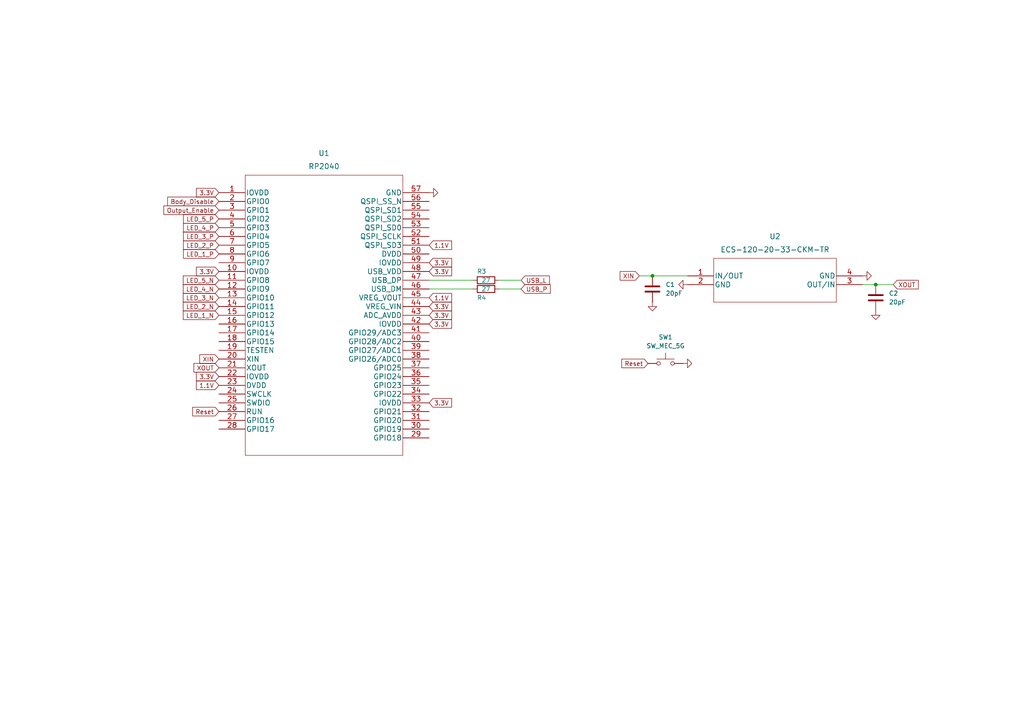
<source format=kicad_sch>
(kicad_sch (version 20211123) (generator eeschema)
  (paper "A4")
  (lib_symbols
    (symbol "Device:C" (pin_numbers hide) (pin_names (offset 0.254))
      (property "Reference" "C" (at 0.635 2.54 0))
      (property "Value" "C" (at 0.635 -2.54 0))
      (symbol "C_0_1"
        (polyline (pts (xy -2.032 -0.762) (xy 2.032 -0.762)) (stroke (width 0.508)))
        (polyline (pts (xy -2.032 0.762) (xy 2.032 0.762)) (stroke (width 0.508)))
      )
      (symbol "C_1_1"
        (pin passive line (at 0 3.81 270) (length 2.794) (name "~") (number "1"))
        (pin passive line (at 0 -3.81 90) (length 2.794) (name "~") (number "2"))
      )
    )
    (symbol "Device:R" (pin_numbers hide) (pin_names (offset 0))
      (property "Reference" "R" (at 2.032 0 90))
      (property "Value" "R" (at 0 0 90))
      (symbol "R_0_1"
        (rectangle (start -1.016 -2.54) (end 1.016 2.54) (stroke (width 0.254)))
      )
      (symbol "R_1_1"
        (pin passive line (at 0 3.81 270) (length 1.27) (name "~") (number "1"))
        (pin passive line (at 0 -3.81 90) (length 1.27) (name "~") (number "2"))
      )
    )
    (symbol "ECS-120-20-33-CKM-TR:ECS-120-20-33-CKM-TR" (pin_names (offset 0.254))
      (property "Reference" "U" (at 25.4 10.16 0))
      (property "Value" "ECS-120-20-33-CKM-TR" (at 25.4 7.62 0))
      (symbol "ECS-120-20-33-CKM-TR_1_1"
        (polyline (pts (xy 7.62 -7.62) (xy 43.18 -7.62)) (stroke (width 0.127)))
        (polyline (pts (xy 7.62 5.08) (xy 7.62 -7.62)) (stroke (width 0.127)))
        (polyline (pts (xy 43.18 -7.62) (xy 43.18 5.08)) (stroke (width 0.127)))
        (polyline (pts (xy 43.18 5.08) (xy 7.62 5.08)) (stroke (width 0.127)))
        (pin output line (at 0 0 0) (length 7.62) (name "IN/OUT") (number "1"))
        (pin power_in line (at 0 -2.54 0) (length 7.62) (name "GND") (number "2"))
        (pin output line (at 50.8 -2.54 180) (length 7.62) (name "OUT/IN") (number "3"))
        (pin power_in line (at 50.8 0 180) (length 7.62) (name "GND") (number "4"))
      )
    )
    (symbol "RP2040:RP2040" (pin_names (offset 0.254))
      (property "Reference" "U" (at 30.48 10.16 0))
      (property "Value" "RP2040" (at 30.48 7.62 0))
      (symbol "RP2040_1_1"
        (polyline (pts (xy 7.62 -76.2) (xy 53.34 -76.2)) (stroke (width 0.127)))
        (polyline (pts (xy 7.62 5.08) (xy 7.62 -76.2)) (stroke (width 0.127)))
        (polyline (pts (xy 53.34 -76.2) (xy 53.34 5.08)) (stroke (width 0.127)))
        (polyline (pts (xy 53.34 5.08) (xy 7.62 5.08)) (stroke (width 0.127)))
        (pin power_in line (at 0 0 0) (length 7.62) (name "IOVDD") (number "1"))
        (pin power_in line (at 0 -22.86 0) (length 7.62) (name "IOVDD") (number "10"))
        (pin bidirectional line (at 0 -25.4 0) (length 7.62) (name "GPIO8") (number "11"))
        (pin bidirectional line (at 0 -27.94 0) (length 7.62) (name "GPIO9") (number "12"))
        (pin bidirectional line (at 0 -30.48 0) (length 7.62) (name "GPIO10") (number "13"))
        (pin bidirectional line (at 0 -33.02 0) (length 7.62) (name "GPIO11") (number "14"))
        (pin bidirectional line (at 0 -35.56 0) (length 7.62) (name "GPIO12") (number "15"))
        (pin bidirectional line (at 0 -38.1 0) (length 7.62) (name "GPIO13") (number "16"))
        (pin bidirectional line (at 0 -40.64 0) (length 7.62) (name "GPIO14") (number "17"))
        (pin bidirectional line (at 0 -43.18 0) (length 7.62) (name "GPIO15") (number "18"))
        (pin unspecified line (at 0 -45.72 0) (length 7.62) (name "TESTEN") (number "19"))
        (pin bidirectional line (at 0 -2.54 0) (length 7.62) (name "GPIO0") (number "2"))
        (pin unspecified line (at 0 -48.26 0) (length 7.62) (name "XIN") (number "20"))
        (pin output line (at 0 -50.8 0) (length 7.62) (name "XOUT") (number "21"))
        (pin power_in line (at 0 -53.34 0) (length 7.62) (name "IOVDD") (number "22"))
        (pin power_in line (at 0 -55.88 0) (length 7.62) (name "DVDD") (number "23"))
        (pin unspecified line (at 0 -58.42 0) (length 7.62) (name "SWCLK") (number "24"))
        (pin unspecified line (at 0 -60.96 0) (length 7.62) (name "SWDIO") (number "25"))
        (pin unspecified line (at 0 -63.5 0) (length 7.62) (name "RUN") (number "26"))
        (pin bidirectional line (at 0 -66.04 0) (length 7.62) (name "GPIO16") (number "27"))
        (pin bidirectional line (at 0 -68.58 0) (length 7.62) (name "GPIO17") (number "28"))
        (pin bidirectional line (at 60.96 -71.12 180) (length 7.62) (name "GPIO18") (number "29"))
        (pin bidirectional line (at 0 -5.08 0) (length 7.62) (name "GPIO1") (number "3"))
        (pin bidirectional line (at 60.96 -68.58 180) (length 7.62) (name "GPIO19") (number "30"))
        (pin bidirectional line (at 60.96 -66.04 180) (length 7.62) (name "GPIO20") (number "31"))
        (pin bidirectional line (at 60.96 -63.5 180) (length 7.62) (name "GPIO21") (number "32"))
        (pin power_in line (at 60.96 -60.96 180) (length 7.62) (name "IOVDD") (number "33"))
        (pin bidirectional line (at 60.96 -58.42 180) (length 7.62) (name "GPIO22") (number "34"))
        (pin bidirectional line (at 60.96 -55.88 180) (length 7.62) (name "GPIO23") (number "35"))
        (pin bidirectional line (at 60.96 -53.34 180) (length 7.62) (name "GPIO24") (number "36"))
        (pin bidirectional line (at 60.96 -50.8 180) (length 7.62) (name "GPIO25") (number "37"))
        (pin bidirectional line (at 60.96 -48.26 180) (length 7.62) (name "GPIO26/ADC0") (number "38"))
        (pin bidirectional line (at 60.96 -45.72 180) (length 7.62) (name "GPIO27/ADC1") (number "39"))
        (pin bidirectional line (at 0 -7.62 0) (length 7.62) (name "GPIO2") (number "4"))
        (pin bidirectional line (at 60.96 -43.18 180) (length 7.62) (name "GPIO28/ADC2") (number "40"))
        (pin bidirectional line (at 60.96 -40.64 180) (length 7.62) (name "GPIO29/ADC3") (number "41"))
        (pin power_in line (at 60.96 -38.1 180) (length 7.62) (name "IOVDD") (number "42"))
        (pin power_in line (at 60.96 -35.56 180) (length 7.62) (name "ADC_AVDD") (number "43"))
        (pin unspecified line (at 60.96 -33.02 180) (length 7.62) (name "VREG_VIN") (number "44"))
        (pin output line (at 60.96 -30.48 180) (length 7.62) (name "VREG_VOUT") (number "45"))
        (pin unspecified line (at 60.96 -27.94 180) (length 7.62) (name "USB_DM") (number "46"))
        (pin unspecified line (at 60.96 -25.4 180) (length 7.62) (name "USB_DP") (number "47"))
        (pin power_in line (at 60.96 -22.86 180) (length 7.62) (name "USB_VDD") (number "48"))
        (pin power_in line (at 60.96 -20.32 180) (length 7.62) (name "IOVDD") (number "49"))
        (pin bidirectional line (at 0 -10.16 0) (length 7.62) (name "GPIO3") (number "5"))
        (pin power_in line (at 60.96 -17.78 180) (length 7.62) (name "DVDD") (number "50"))
        (pin bidirectional line (at 60.96 -15.24 180) (length 7.62) (name "QSPI_SD3") (number "51"))
        (pin unspecified line (at 60.96 -12.7 180) (length 7.62) (name "QSPI_SCLK") (number "52"))
        (pin bidirectional line (at 60.96 -10.16 180) (length 7.62) (name "QSPI_SD0") (number "53"))
        (pin bidirectional line (at 60.96 -7.62 180) (length 7.62) (name "QSPI_SD2") (number "54"))
        (pin bidirectional line (at 60.96 -5.08 180) (length 7.62) (name "QSPI_SD1") (number "55"))
        (pin unspecified line (at 60.96 -2.54 180) (length 7.62) (name "QSPI_SS_N") (number "56"))
        (pin power_in line (at 60.96 0 180) (length 7.62) (name "GND") (number "57"))
        (pin bidirectional line (at 0 -12.7 0) (length 7.62) (name "GPIO4") (number "6"))
        (pin bidirectional line (at 0 -15.24 0) (length 7.62) (name "GPIO5") (number "7"))
        (pin bidirectional line (at 0 -17.78 0) (length 7.62) (name "GPIO6") (number "8"))
        (pin bidirectional line (at 0 -20.32 0) (length 7.62) (name "GPIO7") (number "9"))
      )
    )
    (symbol "Switch:SW_MEC_5G" (pin_numbers hide) (pin_names (offset 1.016) hide)
      (property "Reference" "SW" (at 1.27 2.54 0))
      (property "Value" "SW_MEC_5G" (at 0 -1.524 0))
      (symbol "SW_MEC_5G_0_1"
        (circle (center -2.032 0) (radius 0.508))
        (polyline (pts (xy 0 1.27) (xy 0 3.048)))
        (polyline (pts (xy 2.54 1.27) (xy -2.54 1.27)))
        (circle (center 2.032 0) (radius 0.508))
        (pin passive line (at -5.08 0 0) (length 2.54) (name "A") (number "1"))
        (pin passive line (at 5.08 0 180) (length 2.54) (name "B") (number "3"))
      )
      (symbol "SW_MEC_5G_1_1"
        (pin passive line (at -5.08 0 0) (length 2.54) hide (name "A") (number "2"))
        (pin passive line (at 5.08 0 180) (length 2.54) hide (name "B") (number "4"))
      )
    )
    (symbol "power:GND" (power) (pin_names (offset 0))
      (property "Value" "GND" (at 0 -3.81 0))
      (symbol "GND_0_1"
        (polyline (pts (xy 0 0) (xy 0 -1.27) (xy 1.27 -1.27) (xy 0 -2.54) (xy -1.27 -1.27) (xy 0 -1.27)))
      )
      (symbol "GND_1_1"
        (pin power_in line (at 0 0 270) (length 0) hide (name "GND") (number "1"))
      )
    )
  )
  (junction (at 254 82.55))
  (junction (at 189.23 80.01))
  (wire (pts (xy 250.19 82.55) (xy 254 82.55)))
  (wire (pts (xy 189.23 80.01) (xy 199.39 80.01)))
  (wire (pts (xy 254 82.55) (xy 259.08 82.55)))
  (wire (pts (xy 144.78 83.82) (xy 151.13 83.82)))
  (wire (pts (xy 124.46 83.82) (xy 137.16 83.82)))
  (wire (pts (xy 144.78 81.28) (xy 151.13 81.28)))
  (wire (pts (xy 185.42 80.01) (xy 189.23 80.01)))
  (wire (pts (xy 124.46 81.28) (xy 137.16 81.28)))
  (global_label "USB_L" (shape input) (at 151.13 81.28 0) (property "Intersheet References" "${INTERSHEET_REFS}" (effects hide)))
  (global_label "LED_5_P" (shape input) (at 63.5 63.5 180) (property "Intersheet References" "${INTERSHEET_REFS}" (effects hide)))
  (global_label "Reset" (shape input) (at 187.96 105.41 180) (property "Intersheet References" "${INTERSHEET_REFS}" (effects hide)))
  (global_label "3.3V" (shape input) (at 124.46 116.84 0) (property "Intersheet References" "${INTERSHEET_REFS}" (effects hide)))
  (global_label "XIN" (shape input) (at 63.5 104.14 180) (property "Intersheet References" "${INTERSHEET_REFS}" (effects hide)))
  (global_label "LED_3_N" (shape input) (at 63.5 86.36 180) (property "Intersheet References" "${INTERSHEET_REFS}" (effects hide)))
  (global_label "Output_Enable" (shape input) (at 63.5 60.96 180) (property "Intersheet References" "${INTERSHEET_REFS}" (effects hide)))
  (global_label "LED_4_P" (shape input) (at 63.5 66.04 180) (property "Intersheet References" "${INTERSHEET_REFS}" (effects hide)))
  (global_label "LED_2_N" (shape input) (at 63.5 88.9 180) (property "Intersheet References" "${INTERSHEET_REFS}" (effects hide)))
  (global_label "1.1V" (shape input) (at 63.5 111.76 180) (property "Intersheet References" "${INTERSHEET_REFS}" (effects hide)))
  (global_label "1.1V" (shape input) (at 124.46 71.12 0) (property "Intersheet References" "${INTERSHEET_REFS}" (effects hide)))
  (global_label "LED_3_P" (shape input) (at 63.5 68.58 180) (property "Intersheet References" "${INTERSHEET_REFS}" (effects hide)))
  (global_label "3.3V" (shape input) (at 63.5 78.74 180) (property "Intersheet References" "${INTERSHEET_REFS}" (effects hide)))
  (global_label "3.3V" (shape input) (at 124.46 93.98 0) (property "Intersheet References" "${INTERSHEET_REFS}" (effects hide)))
  (global_label "3.3V" (shape input) (at 124.46 91.44 0) (property "Intersheet References" "${INTERSHEET_REFS}" (effects hide)))
  (global_label "3.3V" (shape input) (at 124.46 78.74 0) (property "Intersheet References" "${INTERSHEET_REFS}" (effects hide)))
  (global_label "XIN" (shape input) (at 185.42 80.01 180) (property "Intersheet References" "${INTERSHEET_REFS}" (effects hide)))
  (global_label "LED_1_N" (shape input) (at 63.5 91.44 180) (property "Intersheet References" "${INTERSHEET_REFS}" (effects hide)))
  (global_label "3.3V" (shape input) (at 63.5 109.22 180) (property "Intersheet References" "${INTERSHEET_REFS}" (effects hide)))
  (global_label "LED_4_N" (shape input) (at 63.5 83.82 180) (property "Intersheet References" "${INTERSHEET_REFS}" (effects hide)))
  (global_label "LED_2_P" (shape input) (at 63.5 71.12 180) (property "Intersheet References" "${INTERSHEET_REFS}" (effects hide)))
  (global_label "3.3V" (shape input) (at 124.46 88.9 0) (property "Intersheet References" "${INTERSHEET_REFS}" (effects hide)))
  (global_label "3.3V" (shape input) (at 124.46 76.2 0) (property "Intersheet References" "${INTERSHEET_REFS}" (effects hide)))
  (global_label "XOUT" (shape input) (at 63.5 106.68 180) (property "Intersheet References" "${INTERSHEET_REFS}" (effects hide)))
  (global_label "USB_P" (shape input) (at 151.13 83.82 0) (property "Intersheet References" "${INTERSHEET_REFS}" (effects hide)))
  (global_label "XOUT" (shape input) (at 259.08 82.55 0) (property "Intersheet References" "${INTERSHEET_REFS}" (effects hide)))
  (global_label "Body_Disable" (shape input) (at 63.5 58.42 180) (property "Intersheet References" "${INTERSHEET_REFS}" (effects hide)))
  (global_label "Reset" (shape input) (at 63.5 119.38 180) (property "Intersheet References" "${INTERSHEET_REFS}" (effects hide)))
  (global_label "1.1V" (shape input) (at 124.46 86.36 0) (property "Intersheet References" "${INTERSHEET_REFS}" (effects hide)))
  (global_label "LED_5_N" (shape input) (at 63.5 81.28 180) (property "Intersheet References" "${INTERSHEET_REFS}" (effects hide)))
  (global_label "LED_1_P" (shape input) (at 63.5 73.66 180) (property "Intersheet References" "${INTERSHEET_REFS}" (effects hide)))
  (global_label "3.3V" (shape input) (at 63.5 55.88 180) (property "Intersheet References" "${INTERSHEET_REFS}" (effects hide)))
  (symbol (lib_id "power:GND") (at 198.12 105.41 90) (unit 1)
    (property "Reference" "#PWR03" (effects hide))
    (property "Value" "GND" (effects hide))
  )
  (symbol (lib_id "Device:R") (at 140.97 81.28 270) (unit 1)
    (property "Reference" "R3" (at 139.7 78.74 90))
    (property "Value" "27" (at 140.97 81.28 90))
    (property "Footprint" "Resistor_SMD:R_1206_3216Metric_Pad1.30x1.75mm_HandSolder" (effects hide))
  )
  (symbol (lib_id "power:GND") (at 189.23 87.63 0) (unit 1)
    (property "Reference" "#PWR02" (effects hide))
    (property "Value" "GND" (effects hide))
  )
  (symbol (lib_id "RP2040:RP2040") (at 63.5 55.88 0) (unit 1)
    (property "Reference" "U1" (at 93.98 44.45 0) (effects (font (size 1.524 1.524))))
    (property "Value" "RP2040" (at 93.98 48.26 0) (effects (font (size 1.524 1.524))))
    (property "Footprint" "IC57_RP2040" (effects hide))
  )
  (symbol (lib_id "Switch:SW_MEC_5G") (at 193.04 105.41 0) (unit 1)
    (property "Reference" "SW1" (at 193.04 97.79 0))
    (property "Value" "SW_MEC_5G" (at 193.04 100.33 0))
    (property "Footprint" "Button_Switch_SMD:SW_MEC_5GSH9" (effects hide))
    (property "Datasheet" "http://www.apem.com/int/index.php?controller=attachment&id_attachment=488" (effects hide))
  )
  (symbol (lib_id "power:GND") (at 250.19 80.01 90) (unit 1)
    (property "Reference" "#PWR05" (effects hide))
    (property "Value" "GND" (effects hide))
  )
  (symbol (lib_id "Device:C") (at 254 86.36 0) (unit 1)
    (property "Reference" "C2" (at 257.81 85.0899 0) (effects (justify left)))
    (property "Value" "20pF" (at 257.81 87.6299 0) (effects (justify left)))
    (property "Footprint" "Capacitor_SMD:C_0805_2012Metric_Pad1.18x1.45mm_HandSolder" (effects hide))
  )
  (symbol (lib_id "ECS-120-20-33-CKM-TR:ECS-120-20-33-CKM-TR") (at 199.39 80.01 0) (unit 1)
    (property "Reference" "U2" (at 224.79 68.58 0) (effects (font (size 1.524 1.524))))
    (property "Value" "ECS-120-20-33-CKM-TR" (at 224.79 72.39 0) (effects (font (size 1.524 1.524))))
    (property "Footprint" "SMD_EXC-32_CRYSTAL_3P2X2P5_ECS" (effects hide))
  )
  (symbol (lib_id "power:GND") (at 199.39 82.55 270) (unit 1)
    (property "Reference" "#PWR04" (effects hide))
    (property "Value" "GND" (effects hide))
  )
  (symbol (lib_id "power:GND") (at 124.46 55.88 90) (unit 1)
    (property "Reference" "#PWR01" (effects hide))
    (property "Value" "GND" (effects hide))
  )
  (symbol (lib_id "power:GND") (at 254 90.17 0) (unit 1)
    (property "Reference" "#PWR06" (effects hide))
    (property "Value" "GND" (effects hide))
  )
  (symbol (lib_id "Device:R") (at 140.97 83.82 270) (unit 1)
    (property "Reference" "R4" (at 139.7 86.36 90))
    (property "Value" "27" (at 140.97 83.82 90))
    (property "Footprint" "Resistor_SMD:R_1206_3216Metric_Pad1.30x1.75mm_HandSolder" (effects hide))
  )
  (symbol (lib_id "Device:C") (at 189.23 83.82 0) (unit 1)
    (property "Reference" "C1" (at 193.04 82.5499 0) (effects (justify left)))
    (property "Value" "20pF" (at 193.04 85.0899 0) (effects (justify left)))
    (property "Footprint" "Capacitor_SMD:C_0805_2012Metric_Pad1.18x1.45mm_HandSolder" (effects hide))
  )
)
</source>
